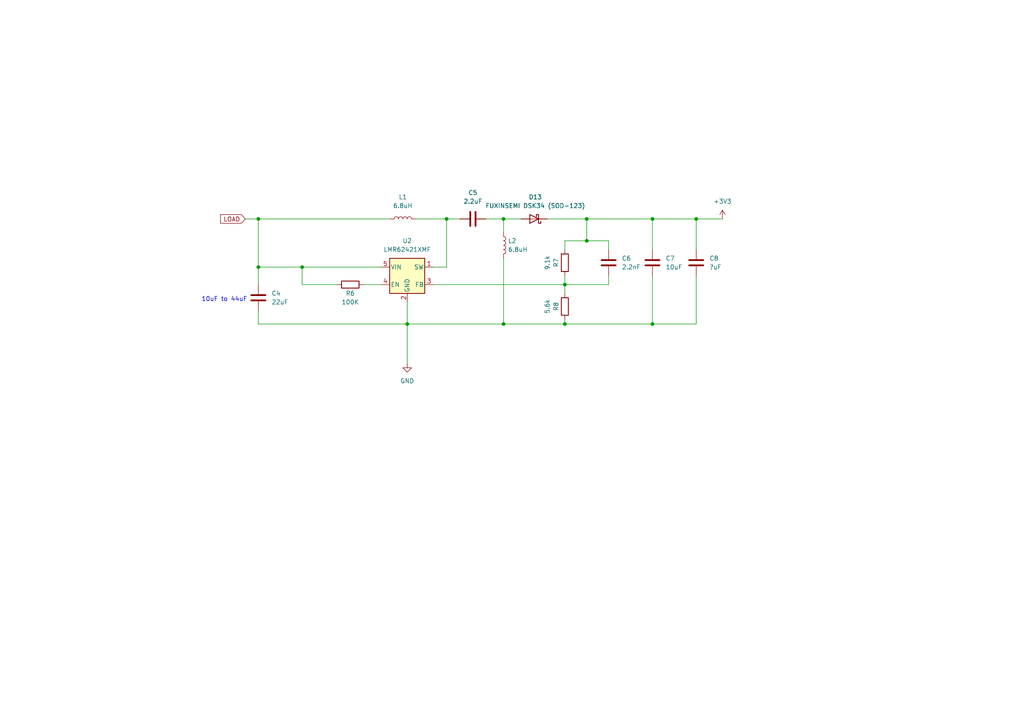
<source format=kicad_sch>
(kicad_sch (version 20211123) (generator eeschema)
  (paper "A4")
  (lib_symbols
    (symbol "Device:C" (pin_numbers hide) (pin_names (offset 0.254))
      (property "Reference" "C" (at 0.635 2.54 0))
      (property "Value" "C" (at 0.635 -2.54 0))
      (symbol "C_0_1"
        (polyline (pts (xy -2.032 -0.762) (xy 2.032 -0.762)) (stroke (width 0.508)))
        (polyline (pts (xy -2.032 0.762) (xy 2.032 0.762)) (stroke (width 0.508)))
      )
      (symbol "C_1_1"
        (pin passive line (at 0 3.81 270) (length 2.794) (name "~") (number "1"))
        (pin passive line (at 0 -3.81 90) (length 2.794) (name "~") (number "2"))
      )
    )
    (symbol "Device:L" (pin_numbers hide) (pin_names (offset 1.016) hide)
      (property "Reference" "L" (at -1.27 0 90))
      (property "Value" "L" (at 1.905 0 90))
      (symbol "L_0_1"
        (arc (start 0 -2.54) (mid 0.635 -1.905) (end 0 -1.27))
        (arc (start 0 -1.27) (mid 0.635 -0.635) (end 0 0))
        (arc (start 0 0) (mid 0.635 0.635) (end 0 1.27))
        (arc (start 0 1.27) (mid 0.635 1.905) (end 0 2.54))
      )
      (symbol "L_1_1"
        (pin passive line (at 0 3.81 270) (length 1.27) (name "1") (number "1"))
        (pin passive line (at 0 -3.81 90) (length 1.27) (name "2") (number "2"))
      )
    )
    (symbol "Device:R" (pin_numbers hide) (pin_names (offset 0))
      (property "Reference" "R" (at 2.032 0 90))
      (property "Value" "R" (at 0 0 90))
      (symbol "R_0_1"
        (rectangle (start -1.016 -2.54) (end 1.016 2.54) (stroke (width 0.254)))
      )
      (symbol "R_1_1"
        (pin passive line (at 0 3.81 270) (length 1.27) (name "~") (number "1"))
        (pin passive line (at 0 -3.81 90) (length 1.27) (name "~") (number "2"))
      )
    )
    (symbol "Diode:BAT42W-V" (pin_numbers hide) (pin_names (offset 1.016) hide)
      (property "Reference" "D" (at 0 2.54 0))
      (property "Value" "BAT42W-V" (at 0 -2.54 0))
      (symbol "BAT42W-V_0_1"
        (polyline (pts (xy 1.27 0) (xy -1.27 0)))
        (polyline (pts (xy 1.27 1.27) (xy 1.27 -1.27) (xy -1.27 0) (xy 1.27 1.27)) (stroke (width 0.254)))
        (polyline (pts (xy -1.905 0.635) (xy -1.905 1.27) (xy -1.27 1.27) (xy -1.27 -1.27) (xy -0.635 -1.27) (xy -0.635 -0.635)) (stroke (width 0.254)))
      )
      (symbol "BAT42W-V_1_1"
        (pin passive line (at -3.81 0 0) (length 2.54) (name "K") (number "1"))
        (pin passive line (at 3.81 0 180) (length 2.54) (name "A") (number "2"))
      )
    )
    (symbol "Regulator_Switching:LMR62421XMF" (pin_names (offset 0.254))
      (property "Reference" "U" (at -5.08 6.35 0))
      (property "Value" "LMR62421XMF" (at 0 6.35 0))
      (symbol "LMR62421XMF_0_1"
        (rectangle (start -5.08 5.08) (end 5.08 -5.08) (stroke (width 0.254)) (fill (type background)))
      )
      (symbol "LMR62421XMF_1_1"
        (pin output line (at 7.62 2.54 180) (length 2.54) (name "SW") (number "1"))
        (pin power_in line (at 0 -7.62 90) (length 2.54) (name "GND") (number "2"))
        (pin input line (at 7.62 -2.54 180) (length 2.54) (name "FB") (number "3"))
        (pin input line (at -7.62 -2.54 0) (length 2.54) (name "EN") (number "4"))
        (pin input line (at -7.62 2.54 0) (length 2.54) (name "VIN") (number "5"))
      )
    )
    (symbol "power:+3.3V" (power) (pin_names (offset 0))
      (property "Value" "+3.3V" (at 0 3.556 0))
      (symbol "+3.3V_0_1"
        (polyline (pts (xy -0.762 1.27) (xy 0 2.54)))
        (polyline (pts (xy 0 0) (xy 0 2.54)))
        (polyline (pts (xy 0 2.54) (xy 0.762 1.27)))
      )
      (symbol "+3.3V_1_1"
        (pin power_in line (at 0 0 90) (length 0) hide (name "+3V3") (number "1"))
      )
    )
    (symbol "power:GND" (power) (pin_names (offset 0))
      (property "Value" "GND" (at 0 -3.81 0))
      (symbol "GND_0_1"
        (polyline (pts (xy 0 0) (xy 0 -1.27) (xy 1.27 -1.27) (xy 0 -2.54) (xy -1.27 -1.27) (xy 0 -1.27)))
      )
      (symbol "GND_1_1"
        (pin power_in line (at 0 0 270) (length 0) hide (name "GND") (number "1"))
      )
    )
  )
  (junction (at 189.23 93.98))
  (junction (at 74.93 63.5))
  (junction (at 74.93 77.47))
  (junction (at 146.05 63.5))
  (junction (at 146.05 93.98))
  (junction (at 189.23 63.5))
  (junction (at 163.83 93.98))
  (junction (at 201.93 63.5))
  (junction (at 129.54 63.5))
  (junction (at 163.83 82.55))
  (junction (at 170.18 63.5))
  (junction (at 118.11 93.98))
  (junction (at 87.63 77.47))
  (junction (at 170.18 69.85))
  (wire (pts (xy 125.73 82.55) (xy 163.83 82.55)))
  (wire (pts (xy 163.83 92.71) (xy 163.83 93.98)))
  (wire (pts (xy 87.63 82.55) (xy 97.79 82.55)))
  (wire (pts (xy 176.53 72.39) (xy 176.53 69.85)))
  (wire (pts (xy 125.73 77.47) (xy 129.54 77.47)))
  (wire (pts (xy 129.54 63.5) (xy 120.65 63.5)))
  (wire (pts (xy 129.54 63.5) (xy 133.35 63.5)))
  (wire (pts (xy 158.75 63.5) (xy 170.18 63.5)))
  (wire (pts (xy 170.18 69.85) (xy 163.83 69.85)))
  (wire (pts (xy 189.23 93.98) (xy 163.83 93.98)))
  (wire (pts (xy 74.93 90.17) (xy 74.93 93.98)))
  (wire (pts (xy 189.23 72.39) (xy 189.23 63.5)))
  (wire (pts (xy 201.93 80.01) (xy 201.93 93.98)))
  (wire (pts (xy 189.23 63.5) (xy 170.18 63.5)))
  (wire (pts (xy 170.18 63.5) (xy 170.18 69.85)))
  (wire (pts (xy 87.63 77.47) (xy 110.49 77.47)))
  (wire (pts (xy 176.53 69.85) (xy 170.18 69.85)))
  (wire (pts (xy 105.41 82.55) (xy 110.49 82.55)))
  (wire (pts (xy 201.93 72.39) (xy 201.93 63.5)))
  (wire (pts (xy 201.93 93.98) (xy 189.23 93.98)))
  (wire (pts (xy 163.83 80.01) (xy 163.83 82.55)))
  (wire (pts (xy 146.05 93.98) (xy 118.11 93.98)))
  (wire (pts (xy 176.53 82.55) (xy 176.53 80.01)))
  (wire (pts (xy 140.97 63.5) (xy 146.05 63.5)))
  (wire (pts (xy 163.83 93.98) (xy 146.05 93.98)))
  (wire (pts (xy 163.83 82.55) (xy 163.83 85.09)))
  (wire (pts (xy 74.93 63.5) (xy 74.93 77.47)))
  (wire (pts (xy 87.63 77.47) (xy 87.63 82.55)))
  (wire (pts (xy 118.11 93.98) (xy 118.11 105.41)))
  (wire (pts (xy 146.05 63.5) (xy 146.05 67.31)))
  (wire (pts (xy 146.05 74.93) (xy 146.05 93.98)))
  (wire (pts (xy 74.93 63.5) (xy 113.03 63.5)))
  (wire (pts (xy 74.93 77.47) (xy 87.63 77.47)))
  (wire (pts (xy 163.83 69.85) (xy 163.83 72.39)))
  (wire (pts (xy 74.93 77.47) (xy 74.93 82.55)))
  (wire (pts (xy 163.83 82.55) (xy 176.53 82.55)))
  (wire (pts (xy 201.93 63.5) (xy 189.23 63.5)))
  (wire (pts (xy 118.11 87.63) (xy 118.11 93.98)))
  (wire (pts (xy 71.12 63.5) (xy 74.93 63.5)))
  (wire (pts (xy 146.05 63.5) (xy 151.13 63.5)))
  (wire (pts (xy 201.93 63.5) (xy 209.55 63.5)))
  (wire (pts (xy 129.54 77.47) (xy 129.54 63.5)))
  (wire (pts (xy 74.93 93.98) (xy 118.11 93.98)))
  (wire (pts (xy 189.23 80.01) (xy 189.23 93.98)))
  (text "10uF to 44uF" (at 58.42 87.63 0) (effects (font (size 1.27 1.27)) (justify left bottom)))
  (global_label "LOAD" (shape input) (at 71.12 63.5 180) (property "Intersheet References" "${INTERSHEET_REFS}" (effects hide)))
  (symbol (lib_id "Device:R") (at 101.6 82.55 90) (unit 1)
    (property "Reference" "R6" (at 101.6 85.09 90))
    (property "Value" "100K" (at 101.6 87.63 90))
    (property "Footprint" "Resistor_SMD:R_0805_2012Metric_Pad1.20x1.40mm_HandSolder" (effects hide))
  )
  (symbol (lib_id "Device:C") (at 189.23 76.2 0) (unit 1)
    (property "Reference" "C7" (at 193.04 74.9299 0) (effects (justify left)))
    (property "Value" "10uF" (at 193.04 77.4699 0) (effects (justify left)))
    (property "Footprint" "Capacitor_SMD:C_0805_2012Metric_Pad1.18x1.45mm_HandSolder" (effects hide))
  )
  (symbol (lib_id "Device:L") (at 116.84 63.5 90) (unit 1)
    (property "Reference" "L1" (at 116.84 57.15 90))
    (property "Value" "6.8uH" (at 116.84 59.69 90))
    (property "Footprint" "inductors:inductor_koherelec" (effects hide))
  )
  (symbol (lib_id "power:+3.3V") (at 209.55 63.5 0) (unit 1)
    (property "Reference" "#PWR015" (effects hide))
    (property "Value" "+3.3V" (at 209.55 58.42 0))
  )
  (symbol (lib_id "Diode:BAT42W-V") (at 154.94 63.5 180) (unit 1)
    (property "Reference" "D13" (at 155.2575 57.15 0))
    (property "Value" "FUXINSEMI DSK34 (SOD-123)" (at 155.2575 59.69 0))
    (property "Footprint" "Diode_SMD:D_SOD-123" (effects hide))
    (property "Datasheet" "https://datasheet.lcsc.com/lcsc/2010271836_FUXINSEMI-DSK34_C908230.pdf" (effects hide))
  )
  (symbol (lib_id "Device:C") (at 176.53 76.2 0) (unit 1)
    (property "Reference" "C6" (at 180.34 74.9299 0) (effects (justify left)))
    (property "Value" "2.2nF" (at 180.34 77.4699 0) (effects (justify left)))
    (property "Footprint" "Capacitor_SMD:C_0805_2012Metric_Pad1.18x1.45mm_HandSolder" (effects hide))
  )
  (symbol (lib_id "Device:C") (at 74.93 86.36 0) (unit 1)
    (property "Reference" "C4" (at 78.74 85.0899 0) (effects (justify left)))
    (property "Value" "22uF" (at 78.74 87.6299 0) (effects (justify left)))
    (property "Footprint" "Capacitor_SMD:C_0805_2012Metric_Pad1.18x1.45mm_HandSolder" (effects hide))
  )
  (symbol (lib_id "Regulator_Switching:LMR62421XMF") (at 118.11 80.01 0) (unit 1)
    (property "Reference" "U2" (at 118.11 69.85 0))
    (property "Value" "LMR62421XMF" (at 118.11 72.39 0))
    (property "Footprint" "Package_TO_SOT_SMD:SOT-23-5" (effects hide))
    (property "Datasheet" "http://www.ti.com/lit/ds/symlink/lmr62421.pdf" (effects hide))
  )
  (symbol (lib_id "Device:L") (at 146.05 71.12 0) (unit 1)
    (property "Reference" "L2" (at 147.32 69.8499 0) (effects (justify left)))
    (property "Value" "6.8uH" (at 147.32 72.3899 0) (effects (justify left)))
    (property "Footprint" "inductors:inductor_koherelec" (effects hide))
  )
  (symbol (lib_id "Device:C") (at 201.93 76.2 0) (unit 1)
    (property "Reference" "C8" (at 205.74 74.9299 0) (effects (justify left)))
    (property "Value" "?uF" (at 205.74 77.4699 0) (effects (justify left)))
    (property "Footprint" "Capacitor_SMD:C_0805_2012Metric_Pad1.18x1.45mm_HandSolder" (effects hide))
  )
  (symbol (lib_id "Device:R") (at 163.83 76.2 0) (unit 1)
    (property "Reference" "R7" (at 161.29 76.2 90))
    (property "Value" "9.1k" (at 158.75 76.2 90))
    (property "Footprint" "Resistor_SMD:R_0805_2012Metric_Pad1.20x1.40mm_HandSolder" (effects hide))
  )
  (symbol (lib_id "power:GND") (at 118.11 105.41 0) (unit 1)
    (property "Reference" "#PWR014" (effects hide))
    (property "Value" "GND" (at 118.11 110.49 0))
  )
  (symbol (lib_id "Device:C") (at 137.16 63.5 90) (unit 1)
    (property "Reference" "C5" (at 137.16 55.88 90))
    (property "Value" "2.2uF" (at 137.16 58.42 90))
    (property "Footprint" "Capacitor_SMD:C_0805_2012Metric_Pad1.18x1.45mm_HandSolder" (effects hide))
  )
  (symbol (lib_id "Device:R") (at 163.83 88.9 0) (unit 1)
    (property "Reference" "R8" (at 161.29 88.9 90))
    (property "Value" "5.6k" (at 158.75 88.9 90))
    (property "Footprint" "Resistor_SMD:R_0805_2012Metric_Pad1.20x1.40mm_HandSolder" (effects hide))
  )
)
</source>
